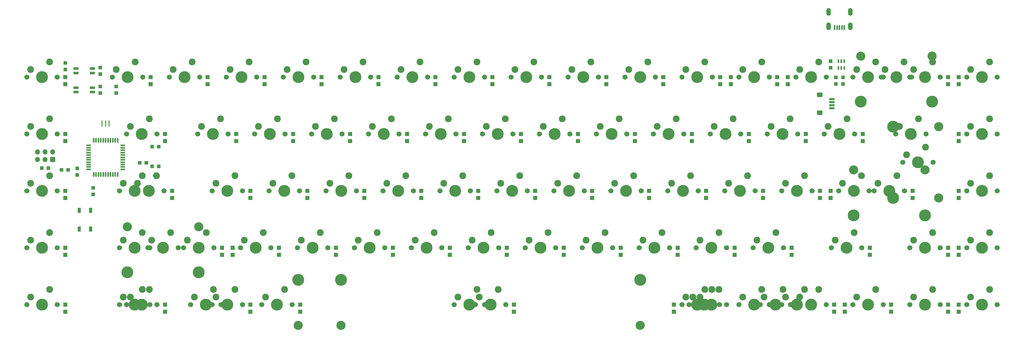
<source format=gbr>
%TF.GenerationSoftware,KiCad,Pcbnew,(5.99.0-12740-g895f4ca989)*%
%TF.CreationDate,2021-10-23T17:36:28+02:00*%
%TF.ProjectId,mamooth,6d616d6f-6f74-4682-9e6b-696361645f70,rev?*%
%TF.SameCoordinates,Original*%
%TF.FileFunction,Soldermask,Bot*%
%TF.FilePolarity,Negative*%
%FSLAX46Y46*%
G04 Gerber Fmt 4.6, Leading zero omitted, Abs format (unit mm)*
G04 Created by KiCad (PCBNEW (5.99.0-12740-g895f4ca989)) date 2021-10-23 17:36:28*
%MOMM*%
%LPD*%
G01*
G04 APERTURE LIST*
G04 Aperture macros list*
%AMRoundRect*
0 Rectangle with rounded corners*
0 $1 Rounding radius*
0 $2 $3 $4 $5 $6 $7 $8 $9 X,Y pos of 4 corners*
0 Add a 4 corners polygon primitive as box body*
4,1,4,$2,$3,$4,$5,$6,$7,$8,$9,$2,$3,0*
0 Add four circle primitives for the rounded corners*
1,1,$1+$1,$2,$3*
1,1,$1+$1,$4,$5*
1,1,$1+$1,$6,$7*
1,1,$1+$1,$8,$9*
0 Add four rect primitives between the rounded corners*
20,1,$1+$1,$2,$3,$4,$5,0*
20,1,$1+$1,$4,$5,$6,$7,0*
20,1,$1+$1,$6,$7,$8,$9,0*
20,1,$1+$1,$8,$9,$2,$3,0*%
G04 Aperture macros list end*
%ADD10C,3.987800*%
%ADD11C,1.701800*%
%ADD12C,2.286000*%
%ADD13C,3.048000*%
%ADD14R,1.400000X1.400000*%
%ADD15RoundRect,0.150000X0.775000X-0.150000X0.775000X0.150000X-0.775000X0.150000X-0.775000X-0.150000X0*%
%ADD16RoundRect,0.332800X0.567200X-0.467200X0.567200X0.467200X-0.567200X0.467200X-0.567200X-0.467200X0*%
%ADD17R,1.300000X1.200000*%
%ADD18R,1.250000X1.200000*%
%ADD19R,1.500000X0.550000*%
%ADD20R,0.550000X1.500000*%
%ADD21R,1.700000X1.700000*%
%ADD22O,1.700000X1.700000*%
%ADD23R,0.500000X1.500000*%
%ADD24O,1.500000X2.600000*%
%ADD25R,1.200000X1.250000*%
%ADD26R,0.600000X1.200000*%
%ADD27R,1.800000X0.820000*%
%ADD28R,1.200000X1.300000*%
%ADD29R,1.000000X1.700000*%
%ADD30R,0.400000X2.000000*%
G04 APERTURE END LIST*
D10*
%TO.C,K45*%
X261937500Y-47625000D03*
D11*
X267017500Y-47625000D03*
X256857500Y-47625000D03*
D12*
X264477500Y-42545000D03*
X258127500Y-45085000D03*
%TD*%
D10*
%TO.C,K63*%
X304800000Y-66675000D03*
D11*
X309880000Y-66675000D03*
X299720000Y-66675000D03*
D12*
X307340000Y-61595000D03*
X300990000Y-64135000D03*
%TD*%
D10*
%TO.C,K22*%
X123825000Y-28575000D03*
D11*
X118745000Y-28575000D03*
X128905000Y-28575000D03*
D12*
X126365000Y-23495000D03*
X120015000Y-26035000D03*
%TD*%
D11*
%TO.C,K76*%
X242570000Y-85725000D03*
X252730000Y-85725000D03*
D10*
X247650000Y-85725000D03*
D12*
X250190000Y-80645000D03*
X243840000Y-83185000D03*
%TD*%
D10*
%TO.C,K24*%
X161925000Y-28575000D03*
D11*
X156845000Y-28575000D03*
X167005000Y-28575000D03*
D12*
X164465000Y-23495000D03*
X158115000Y-26035000D03*
%TD*%
D10*
%TO.C,K46*%
X280987500Y-47625000D03*
D11*
X275907500Y-47625000D03*
X286067500Y-47625000D03*
D12*
X283527500Y-42545000D03*
X277177500Y-45085000D03*
%TD*%
D11*
%TO.C,K67*%
X69373750Y-85725000D03*
X59213750Y-85725000D03*
D10*
X64293750Y-85725000D03*
D12*
X66833750Y-80645000D03*
X60483750Y-83185000D03*
%TD*%
D11*
%TO.C,K19*%
X61595000Y-28575000D03*
X71755000Y-28575000D03*
D10*
X66675000Y-28575000D03*
D12*
X69215000Y-23495000D03*
X62865000Y-26035000D03*
%TD*%
D11*
%TO.C,K46-1*%
X305117500Y-28575000D03*
X294957500Y-28575000D03*
D10*
X300037500Y-28575000D03*
D12*
X302577500Y-23495000D03*
X296227500Y-26035000D03*
%TD*%
D11*
%TO.C,K4*%
X81280000Y-9525000D03*
D10*
X76200000Y-9525000D03*
D11*
X71120000Y-9525000D03*
D12*
X78740000Y-4445000D03*
X72390000Y-6985000D03*
%TD*%
D11*
%TO.C,K32*%
X328930000Y-28575000D03*
X318770000Y-28575000D03*
D10*
X323850000Y-28575000D03*
D12*
X326390000Y-23495000D03*
X320040000Y-26035000D03*
%TD*%
D11*
%TO.C,K62*%
X273526250Y-66675000D03*
D10*
X278606250Y-66675000D03*
D11*
X283686250Y-66675000D03*
D12*
X281146250Y-61595000D03*
X274796250Y-64135000D03*
%TD*%
D11*
%TO.C,K44*%
X247967500Y-47625000D03*
D10*
X242887500Y-47625000D03*
D11*
X237807500Y-47625000D03*
D12*
X245427500Y-42545000D03*
X239077500Y-45085000D03*
%TD*%
D11*
%TO.C,K75-2*%
X228282696Y-85725072D03*
X238442696Y-85725072D03*
D10*
X233362696Y-85725072D03*
D12*
X235902696Y-80645072D03*
X229552696Y-83185072D03*
%TD*%
D11*
%TO.C,K13*%
X242570000Y-9525000D03*
D10*
X247650000Y-9525000D03*
D11*
X252730000Y-9525000D03*
D12*
X250190000Y-4445000D03*
X243840000Y-6985000D03*
%TD*%
D11*
%TO.C,K35*%
X66357500Y-47625000D03*
D10*
X71437500Y-47625000D03*
D11*
X76517500Y-47625000D03*
D12*
X73977500Y-42545000D03*
X67627500Y-45085000D03*
%TD*%
D11*
%TO.C,K36*%
X95567500Y-47625000D03*
D10*
X90487500Y-47625000D03*
D11*
X85407500Y-47625000D03*
D12*
X93027500Y-42545000D03*
X86677500Y-45085000D03*
%TD*%
D10*
%TO.C,K31*%
X285750000Y-9525000D03*
D11*
X280670000Y-9525000D03*
X290830000Y-9525000D03*
D12*
X288290000Y-4445000D03*
X281940000Y-6985000D03*
%TD*%
D10*
%TO.C,K58*%
X195262500Y-66675000D03*
D11*
X200342500Y-66675000D03*
X190182500Y-66675000D03*
D12*
X197802500Y-61595000D03*
X191452500Y-64135000D03*
%TD*%
D10*
%TO.C,K72*%
X109505750Y-77470000D03*
X159543750Y-85725000D03*
D11*
X164623750Y-85725000D03*
D10*
X209581750Y-77470000D03*
D13*
X109505750Y-92710000D03*
X209581750Y-92710000D03*
D11*
X154463750Y-85725000D03*
D12*
X162083750Y-80645000D03*
X155733750Y-83185000D03*
%TD*%
D11*
%TO.C,K2*%
X33020000Y-9525000D03*
X43180000Y-9525000D03*
D10*
X38100000Y-9525000D03*
D12*
X40640000Y-4445000D03*
X34290000Y-6985000D03*
%TD*%
D10*
%TO.C,K72-1*%
X95218378Y-77470072D03*
D13*
X95218378Y-92710072D03*
X209581878Y-92710072D03*
D11*
X147320128Y-85725072D03*
D10*
X152400128Y-85725072D03*
D11*
X157480128Y-85725072D03*
D10*
X209581878Y-77470072D03*
D12*
X154940128Y-80645072D03*
X148590128Y-83185072D03*
%TD*%
D11*
%TO.C,K21*%
X99695000Y-28575000D03*
D10*
X104775000Y-28575000D03*
D11*
X109855000Y-28575000D03*
D12*
X107315000Y-23495000D03*
X100965000Y-26035000D03*
%TD*%
D11*
%TO.C,K68*%
X83026250Y-85725000D03*
D10*
X88106250Y-85725000D03*
D11*
X93186250Y-85725000D03*
D12*
X90646250Y-80645000D03*
X84296250Y-83185000D03*
%TD*%
D11*
%TO.C,K51*%
X66992500Y-66675000D03*
X56832500Y-66675000D03*
D10*
X61912500Y-66675000D03*
D12*
X64452500Y-61595000D03*
X58102500Y-64135000D03*
%TD*%
D11*
%TO.C,K27*%
X224155000Y-28575000D03*
X213995000Y-28575000D03*
D10*
X219075000Y-28575000D03*
D12*
X221615000Y-23495000D03*
X215265000Y-26035000D03*
%TD*%
D11*
%TO.C,K25*%
X186055000Y-28575000D03*
D10*
X180975000Y-28575000D03*
D11*
X175895000Y-28575000D03*
D12*
X183515000Y-23495000D03*
X177165000Y-26035000D03*
%TD*%
D11*
%TO.C,K75-1*%
X236061250Y-85725000D03*
D10*
X230981250Y-85725000D03*
D11*
X225901250Y-85725000D03*
D12*
X233521250Y-80645000D03*
X227171250Y-83185000D03*
%TD*%
D10*
%TO.C,K66*%
X40481250Y-85725000D03*
D11*
X45561250Y-85725000D03*
X35401250Y-85725000D03*
D12*
X43021250Y-80645000D03*
X36671250Y-83185000D03*
%TD*%
D11*
%TO.C,K76-1*%
X249713750Y-85725000D03*
D10*
X254793750Y-85725000D03*
D11*
X259873750Y-85725000D03*
D12*
X257333750Y-80645000D03*
X250983750Y-83185000D03*
%TD*%
D11*
%TO.C,K43*%
X218757500Y-47625000D03*
D10*
X223837500Y-47625000D03*
D11*
X228917500Y-47625000D03*
D12*
X226377500Y-42545000D03*
X220027500Y-45085000D03*
%TD*%
D10*
%TO.C,K11*%
X209550000Y-9525000D03*
D11*
X204470000Y-9525000D03*
X214630000Y-9525000D03*
D12*
X212090000Y-4445000D03*
X205740000Y-6985000D03*
%TD*%
D11*
%TO.C,K56*%
X152082500Y-66675000D03*
X162242500Y-66675000D03*
D10*
X157162500Y-66675000D03*
D12*
X159702500Y-61595000D03*
X153352500Y-64135000D03*
%TD*%
D11*
%TO.C,K15-1*%
X299720000Y-9525000D03*
X309880000Y-9525000D03*
D10*
X304800000Y-9525000D03*
D12*
X307340000Y-4445000D03*
X300990000Y-6985000D03*
%TD*%
D11*
%TO.C,K57*%
X171132500Y-66675000D03*
D10*
X176212500Y-66675000D03*
D11*
X181292500Y-66675000D03*
D12*
X178752500Y-61595000D03*
X172402500Y-64135000D03*
%TD*%
D10*
%TO.C,K59*%
X214312500Y-66675000D03*
D11*
X219392500Y-66675000D03*
X209232500Y-66675000D03*
D12*
X216852500Y-61595000D03*
X210502500Y-64135000D03*
%TD*%
D11*
%TO.C,K49*%
X4445000Y-66675000D03*
X14605000Y-66675000D03*
D10*
X9525000Y-66675000D03*
D12*
X12065000Y-61595000D03*
X5715000Y-64135000D03*
%TD*%
D11*
%TO.C,K15*%
X290195000Y-9525000D03*
D13*
X307213000Y-2540000D03*
D11*
X300355000Y-9525000D03*
D10*
X283337000Y-17780000D03*
D13*
X283337000Y-2540000D03*
D10*
X295275000Y-9525000D03*
X307213000Y-17780000D03*
D12*
X297815000Y-4445000D03*
X291465000Y-6985000D03*
%TD*%
D10*
%TO.C,K37*%
X109537500Y-47625000D03*
D11*
X104457500Y-47625000D03*
X114617500Y-47625000D03*
D12*
X112077500Y-42545000D03*
X105727500Y-45085000D03*
%TD*%
D11*
%TO.C,K18*%
X47942500Y-28575000D03*
D10*
X42862500Y-28575000D03*
D11*
X37782500Y-28575000D03*
D12*
X45402500Y-23495000D03*
X39052500Y-26035000D03*
%TD*%
D10*
%TO.C,K42*%
X204787500Y-47625000D03*
D11*
X209867500Y-47625000D03*
X199707500Y-47625000D03*
D12*
X207327500Y-42545000D03*
X200977500Y-45085000D03*
%TD*%
D11*
%TO.C,K77-1*%
X256857720Y-85725072D03*
D10*
X261937720Y-85725072D03*
D11*
X267017720Y-85725072D03*
D12*
X264477720Y-80645072D03*
X258127720Y-83185072D03*
%TD*%
D11*
%TO.C,K30*%
X271145000Y-28575000D03*
D10*
X276225000Y-28575000D03*
D11*
X281305000Y-28575000D03*
D12*
X278765000Y-23495000D03*
X272415000Y-26035000D03*
%TD*%
D11*
%TO.C,K78*%
X290830000Y-85725000D03*
D10*
X285750000Y-85725000D03*
D11*
X280670000Y-85725000D03*
D12*
X288290000Y-80645000D03*
X281940000Y-83185000D03*
%TD*%
D11*
%TO.C,K54*%
X113982500Y-66675000D03*
D10*
X119062500Y-66675000D03*
D11*
X124142500Y-66675000D03*
D12*
X121602500Y-61595000D03*
X115252500Y-64135000D03*
%TD*%
D10*
%TO.C,K47-1*%
X294163750Y-26162000D03*
D13*
X309403750Y-26162000D03*
D11*
X297338750Y-38100000D03*
X307498750Y-38100000D03*
D10*
X294163750Y-50038000D03*
D13*
X309403750Y-50038000D03*
D10*
X302418750Y-38100000D03*
D12*
X304958750Y-33020000D03*
X298608750Y-35560000D03*
%TD*%
D10*
%TO.C,K29*%
X257175000Y-28575000D03*
D11*
X262255000Y-28575000D03*
X252095000Y-28575000D03*
D12*
X259715000Y-23495000D03*
X253365000Y-26035000D03*
%TD*%
D11*
%TO.C,K9*%
X176530000Y-9525000D03*
D10*
X171450000Y-9525000D03*
D11*
X166370000Y-9525000D03*
D12*
X173990000Y-4445000D03*
X167640000Y-6985000D03*
%TD*%
D10*
%TO.C,K80*%
X323850000Y-85725000D03*
D11*
X328930000Y-85725000D03*
X318770000Y-85725000D03*
D12*
X326390000Y-80645000D03*
X320040000Y-83185000D03*
%TD*%
D11*
%TO.C,K1*%
X4445000Y-9525000D03*
X14605000Y-9525000D03*
D10*
X9525000Y-9525000D03*
D12*
X12065000Y-4445000D03*
X5715000Y-6985000D03*
%TD*%
D11*
%TO.C,K75*%
X233680000Y-85725000D03*
D10*
X228600000Y-85725000D03*
D11*
X223520000Y-85725000D03*
D12*
X231140000Y-80645000D03*
X224790000Y-83185000D03*
%TD*%
D10*
%TO.C,K28*%
X238125000Y-28575000D03*
D11*
X243205000Y-28575000D03*
X233045000Y-28575000D03*
D12*
X240665000Y-23495000D03*
X234315000Y-26035000D03*
%TD*%
D11*
%TO.C,K7*%
X138430000Y-9525000D03*
D10*
X133350000Y-9525000D03*
D11*
X128270000Y-9525000D03*
D12*
X135890000Y-4445000D03*
X129540000Y-6985000D03*
%TD*%
D11*
%TO.C,K39*%
X142557500Y-47625000D03*
D10*
X147637500Y-47625000D03*
D11*
X152717500Y-47625000D03*
D12*
X150177500Y-42545000D03*
X143827500Y-45085000D03*
%TD*%
D11*
%TO.C,K16*%
X328930000Y-9525000D03*
D10*
X323850000Y-9525000D03*
D11*
X318770000Y-9525000D03*
D12*
X326390000Y-4445000D03*
X320040000Y-6985000D03*
%TD*%
D11*
%TO.C,K52*%
X86042500Y-66675000D03*
D10*
X80962500Y-66675000D03*
D11*
X75882500Y-66675000D03*
D12*
X83502500Y-61595000D03*
X77152500Y-64135000D03*
%TD*%
D13*
%TO.C,K50*%
X61944250Y-59690000D03*
D10*
X61944250Y-74930000D03*
D13*
X38068250Y-59690000D03*
D10*
X50006250Y-66675000D03*
D11*
X44926250Y-66675000D03*
X55086250Y-66675000D03*
D10*
X38068250Y-74930000D03*
D12*
X52546250Y-61595000D03*
X46196250Y-64135000D03*
%TD*%
D10*
%TO.C,K47*%
X304831750Y-55880000D03*
X280955750Y-55880000D03*
D11*
X287813750Y-47625000D03*
X297973750Y-47625000D03*
D13*
X304831750Y-40640000D03*
X280955750Y-40640000D03*
D10*
X292893750Y-47625000D03*
D12*
X295433750Y-42545000D03*
X289083750Y-45085000D03*
%TD*%
D10*
%TO.C,K60*%
X233362500Y-66675000D03*
D11*
X238442500Y-66675000D03*
X228282500Y-66675000D03*
D12*
X235902500Y-61595000D03*
X229552500Y-64135000D03*
%TD*%
D10*
%TO.C,K23*%
X142875000Y-28575000D03*
D11*
X147955000Y-28575000D03*
X137795000Y-28575000D03*
D12*
X145415000Y-23495000D03*
X139065000Y-26035000D03*
%TD*%
D10*
%TO.C,K33*%
X9525000Y-47625000D03*
D11*
X14605000Y-47625000D03*
X4445000Y-47625000D03*
D12*
X12065000Y-42545000D03*
X5715000Y-45085000D03*
%TD*%
D11*
%TO.C,K38*%
X123507500Y-47625000D03*
X133667500Y-47625000D03*
D10*
X128587500Y-47625000D03*
D12*
X131127500Y-42545000D03*
X124777500Y-45085000D03*
%TD*%
D11*
%TO.C,K3*%
X62230000Y-9525000D03*
D10*
X57150000Y-9525000D03*
D11*
X52070000Y-9525000D03*
D12*
X59690000Y-4445000D03*
X53340000Y-6985000D03*
%TD*%
D11*
%TO.C,K10*%
X185420000Y-9525000D03*
X195580000Y-9525000D03*
D10*
X190500000Y-9525000D03*
D12*
X193040000Y-4445000D03*
X186690000Y-6985000D03*
%TD*%
D11*
%TO.C,K26*%
X194945000Y-28575000D03*
X205105000Y-28575000D03*
D10*
X200025000Y-28575000D03*
D12*
X202565000Y-23495000D03*
X196215000Y-26035000D03*
%TD*%
D11*
%TO.C,K34-1*%
X45561250Y-47625000D03*
D10*
X40481250Y-47625000D03*
D11*
X35401250Y-47625000D03*
D12*
X43021250Y-42545000D03*
X36671250Y-45085000D03*
%TD*%
D10*
%TO.C,K65*%
X9525000Y-85725000D03*
D11*
X14605000Y-85725000D03*
X4445000Y-85725000D03*
D12*
X12065000Y-80645000D03*
X5715000Y-83185000D03*
%TD*%
D10*
%TO.C,K14*%
X266700000Y-9525000D03*
D11*
X261620000Y-9525000D03*
X271780000Y-9525000D03*
D12*
X269240000Y-4445000D03*
X262890000Y-6985000D03*
%TD*%
D11*
%TO.C,K5*%
X100330000Y-9525000D03*
X90170000Y-9525000D03*
D10*
X95250000Y-9525000D03*
D12*
X97790000Y-4445000D03*
X91440000Y-6985000D03*
%TD*%
D11*
%TO.C,K17*%
X4445000Y-28575000D03*
D10*
X9525000Y-28575000D03*
D11*
X14605000Y-28575000D03*
D12*
X12065000Y-23495000D03*
X5715000Y-26035000D03*
%TD*%
D11*
%TO.C,K55*%
X143192500Y-66675000D03*
D10*
X138112500Y-66675000D03*
D11*
X133032500Y-66675000D03*
D12*
X140652500Y-61595000D03*
X134302500Y-64135000D03*
%TD*%
D11*
%TO.C,K64*%
X318770000Y-66675000D03*
D10*
X323850000Y-66675000D03*
D11*
X328930000Y-66675000D03*
D12*
X326390000Y-61595000D03*
X320040000Y-64135000D03*
%TD*%
D10*
%TO.C,K53*%
X100012500Y-66675000D03*
D11*
X105092500Y-66675000D03*
X94932500Y-66675000D03*
D12*
X102552500Y-61595000D03*
X96202500Y-64135000D03*
%TD*%
D11*
%TO.C,K61*%
X247332500Y-66675000D03*
D10*
X252412500Y-66675000D03*
D11*
X257492500Y-66675000D03*
D12*
X254952500Y-61595000D03*
X248602500Y-64135000D03*
%TD*%
D10*
%TO.C,K77*%
X266700000Y-85725000D03*
D11*
X261620000Y-85725000D03*
X271780000Y-85725000D03*
D12*
X269240000Y-80645000D03*
X262890000Y-83185000D03*
%TD*%
D11*
%TO.C,K8*%
X157480000Y-9525000D03*
D10*
X152400000Y-9525000D03*
D11*
X147320000Y-9525000D03*
D12*
X154940000Y-4445000D03*
X148590000Y-6985000D03*
%TD*%
D11*
%TO.C,K79*%
X309880000Y-85725000D03*
D10*
X304800000Y-85725000D03*
D11*
X299720000Y-85725000D03*
D12*
X307340000Y-80645000D03*
X300990000Y-83185000D03*
%TD*%
D11*
%TO.C,K34*%
X40163750Y-47625000D03*
X50323750Y-47625000D03*
D10*
X45243750Y-47625000D03*
D12*
X47783750Y-42545000D03*
X41433750Y-45085000D03*
%TD*%
D11*
%TO.C,K41*%
X180657500Y-47625000D03*
D10*
X185737500Y-47625000D03*
D11*
X190817500Y-47625000D03*
D12*
X188277500Y-42545000D03*
X181927500Y-45085000D03*
%TD*%
D11*
%TO.C,K50-1*%
X35401250Y-66675000D03*
X45561250Y-66675000D03*
D10*
X40481250Y-66675000D03*
D12*
X43021250Y-61595000D03*
X36671250Y-64135000D03*
%TD*%
D10*
%TO.C,K12*%
X228600000Y-9525000D03*
D11*
X233680000Y-9525000D03*
X223520000Y-9525000D03*
D12*
X231140000Y-4445000D03*
X224790000Y-6985000D03*
%TD*%
D10*
%TO.C,K40*%
X166687500Y-47625000D03*
D11*
X171767500Y-47625000D03*
X161607500Y-47625000D03*
D12*
X169227500Y-42545000D03*
X162877500Y-45085000D03*
%TD*%
D11*
%TO.C,K20*%
X80645000Y-28575000D03*
X90805000Y-28575000D03*
D10*
X85725000Y-28575000D03*
D12*
X88265000Y-23495000D03*
X81915000Y-26035000D03*
%TD*%
D10*
%TO.C,K67-1*%
X71437560Y-85725072D03*
D11*
X66357560Y-85725072D03*
X76517560Y-85725072D03*
D12*
X73977560Y-80645072D03*
X67627560Y-83185072D03*
%TD*%
D10*
%TO.C,K6*%
X114300000Y-9525000D03*
D11*
X119380000Y-9525000D03*
X109220000Y-9525000D03*
D12*
X116840000Y-4445000D03*
X110490000Y-6985000D03*
%TD*%
D10*
%TO.C,K48*%
X323850000Y-47625000D03*
D11*
X328930000Y-47625000D03*
X318770000Y-47625000D03*
D12*
X326390000Y-42545000D03*
X320040000Y-45085000D03*
%TD*%
D10*
%TO.C,K66-1*%
X42862536Y-85725072D03*
D11*
X37782536Y-85725072D03*
X47942536Y-85725072D03*
D12*
X45402536Y-80645072D03*
X39052536Y-83185072D03*
%TD*%
D14*
%TO.C,D7*%
X141089181Y-11915634D03*
X141089181Y-9515634D03*
%TD*%
%TO.C,D53*%
X107751653Y-69065682D03*
X107751653Y-66665682D03*
%TD*%
D15*
%TO.C,J3*%
X273612416Y-19954663D03*
X273612416Y-18954663D03*
X273612416Y-17954663D03*
X273612416Y-16954663D03*
D16*
X269587416Y-21454663D03*
X269587416Y-15454663D03*
%TD*%
D14*
%TO.C,D6*%
X122039165Y-11915634D03*
X122039165Y-9515634D03*
%TD*%
%TO.C,D20*%
X93464141Y-30965650D03*
X93464141Y-28565650D03*
%TD*%
%TO.C,D16*%
X316111203Y-11915634D03*
X316111203Y-9515634D03*
%TD*%
%TO.C,D26*%
X207764237Y-30965650D03*
X207764237Y-28565650D03*
%TD*%
%TO.C,D42*%
X212526741Y-50015666D03*
X212526741Y-47615666D03*
%TD*%
%TO.C,D78*%
X293489309Y-88115698D03*
X293489309Y-85715698D03*
%TD*%
D17*
%TO.C,R102*%
X275034606Y-11815634D03*
X275034606Y-9615634D03*
%TD*%
D14*
%TO.C,D75*%
X220861123Y-88115698D03*
X220861123Y-85715698D03*
%TD*%
%TO.C,D15*%
X312539325Y-11915634D03*
X312539325Y-9515634D03*
%TD*%
%TO.C,D31*%
X255389277Y-11915634D03*
X255389277Y-9515634D03*
%TD*%
%TO.C,D76*%
X278011171Y-88115698D03*
X278011171Y-85715698D03*
%TD*%
%TO.C,D72*%
X167282953Y-88115698D03*
X167282953Y-85715698D03*
%TD*%
%TO.C,D66*%
X50601605Y-88115698D03*
X50601605Y-85715698D03*
%TD*%
%TO.C,D68*%
X95845393Y-88115698D03*
X95845393Y-85715698D03*
%TD*%
%TO.C,D41*%
X193476725Y-50015666D03*
X193476725Y-47615666D03*
%TD*%
%TO.C,D65*%
X17264077Y-88115698D03*
X17264077Y-85715698D03*
%TD*%
D17*
%TO.C,F1*%
X273248667Y-6457817D03*
X273248667Y-4257817D03*
%TD*%
D14*
%TO.C,D11*%
X217289245Y-11915634D03*
X217289245Y-9515634D03*
%TD*%
%TO.C,D49*%
X17264077Y-69065682D03*
X17264077Y-66665682D03*
%TD*%
%TO.C,D9*%
X179189213Y-11915634D03*
X179189213Y-9515634D03*
%TD*%
D18*
%TO.C,C101*%
X21243748Y-42309398D03*
X21243748Y-40109398D03*
%TD*%
D14*
%TO.C,D5*%
X102989149Y-11915634D03*
X102989149Y-9515634D03*
%TD*%
%TO.C,D47*%
X300633065Y-50015666D03*
X300633065Y-47615666D03*
%TD*%
D19*
%TO.C,U1*%
X25068756Y-40446894D03*
X25068756Y-39646894D03*
X25068756Y-38846894D03*
X25068756Y-38046894D03*
X25068756Y-37246894D03*
X25068756Y-36446894D03*
X25068756Y-35646894D03*
X25068756Y-34846894D03*
X25068756Y-34046894D03*
X25068756Y-33246894D03*
X25068756Y-32446894D03*
D20*
X26768756Y-30746894D03*
X27568756Y-30746894D03*
X28368756Y-30746894D03*
X29168756Y-30746894D03*
X29968756Y-30746894D03*
X30768756Y-30746894D03*
X31568756Y-30746894D03*
X32368756Y-30746894D03*
X33168756Y-30746894D03*
X33968756Y-30746894D03*
X34768756Y-30746894D03*
D19*
X36468756Y-32446894D03*
X36468756Y-33246894D03*
X36468756Y-34046894D03*
X36468756Y-34846894D03*
X36468756Y-35646894D03*
X36468756Y-36446894D03*
X36468756Y-37246894D03*
X36468756Y-38046894D03*
X36468756Y-38846894D03*
X36468756Y-39646894D03*
X36468756Y-40446894D03*
D20*
X34768756Y-42146894D03*
X33968756Y-42146894D03*
X33168756Y-42146894D03*
X32368756Y-42146894D03*
X31568756Y-42146894D03*
X30768756Y-42146894D03*
X29968756Y-42146894D03*
X29168756Y-42146894D03*
X28368756Y-42146894D03*
X27568756Y-42146894D03*
X26768756Y-42146894D03*
%TD*%
D14*
%TO.C,D67*%
X79176629Y-88115698D03*
X79176629Y-85715698D03*
%TD*%
D21*
%TO.C,J2*%
X13068114Y-37121581D03*
D22*
X13068114Y-34581581D03*
X10528114Y-37121581D03*
X10528114Y-34581581D03*
X7988114Y-37121581D03*
X7988114Y-34581581D03*
%TD*%
D14*
%TO.C,D50*%
X69651621Y-69065682D03*
X69651621Y-66665682D03*
%TD*%
%TO.C,D48*%
X316111203Y-50015666D03*
X316111203Y-47615666D03*
%TD*%
%TO.C,D14*%
X258961155Y-11915634D03*
X258961155Y-9515634D03*
%TD*%
D23*
%TO.C,J1*%
X274625000Y7025000D03*
X275425000Y7025000D03*
X276225000Y7025000D03*
X277025000Y7025000D03*
X277825000Y7025000D03*
D24*
X272575000Y12275000D03*
X279875000Y12275000D03*
X279875000Y7475000D03*
X272575000Y7475000D03*
%TD*%
D14*
%TO.C,D4*%
X83939133Y-11915634D03*
X83939133Y-9515634D03*
%TD*%
%TO.C,D62*%
X286345553Y-69065682D03*
X286345553Y-66665682D03*
%TD*%
%TO.C,D79*%
X312539325Y-88115698D03*
X312539325Y-85715698D03*
%TD*%
%TO.C,D24*%
X169664205Y-30965650D03*
X169664205Y-28565650D03*
%TD*%
D17*
%TO.C,R105*%
X17264077Y-7053130D03*
X17264077Y-4853130D03*
%TD*%
D25*
%TO.C,C106*%
X18176557Y-40614085D03*
X15976557Y-40614085D03*
%TD*%
D14*
%TO.C,D80*%
X316111203Y-88115698D03*
X316111203Y-85715698D03*
%TD*%
%TO.C,D25*%
X188714221Y-30965650D03*
X188714221Y-28565650D03*
%TD*%
%TO.C,D33*%
X17264077Y-50015666D03*
X17264077Y-47615666D03*
%TD*%
%TO.C,D35*%
X79176629Y-50015666D03*
X79176629Y-47615666D03*
%TD*%
%TO.C,D52*%
X88701637Y-69065682D03*
X88701637Y-66665682D03*
%TD*%
%TO.C,D40*%
X174426709Y-50015666D03*
X174426709Y-47615666D03*
%TD*%
%TO.C,D32*%
X316111203Y-30965650D03*
X316111203Y-28565650D03*
%TD*%
%TO.C,D23*%
X150614189Y-30965650D03*
X150614189Y-28565650D03*
%TD*%
D18*
%TO.C,C102*%
X26601565Y-48857841D03*
X26601565Y-46657841D03*
%TD*%
D14*
%TO.C,D30*%
X283964301Y-30965650D03*
X283964301Y-28565650D03*
%TD*%
D26*
%TO.C,U2*%
X275870545Y-4207817D03*
X276820545Y-4207817D03*
X277770545Y-4207817D03*
X277770545Y-6507817D03*
X276820545Y-6507817D03*
X275870545Y-6507817D03*
%TD*%
D18*
%TO.C,C105*%
X34340634Y-12725000D03*
X34340634Y-14925000D03*
%TD*%
D14*
%TO.C,D56*%
X164901701Y-69065682D03*
X164901701Y-66665682D03*
%TD*%
%TO.C,D51*%
X73223499Y-69065682D03*
X73223499Y-66665682D03*
%TD*%
%TO.C,D22*%
X131564173Y-30965650D03*
X131564173Y-28565650D03*
%TD*%
%TO.C,D8*%
X160139197Y-11915634D03*
X160139197Y-9515634D03*
%TD*%
%TO.C,D12*%
X236339261Y-11915634D03*
X236339261Y-9515634D03*
%TD*%
D25*
%TO.C,C103*%
X48537520Y-39423459D03*
X46337520Y-39423459D03*
%TD*%
D14*
%TO.C,D63*%
X312539325Y-69065682D03*
X312539325Y-66665682D03*
%TD*%
D27*
%TO.C,RGB2*%
X26375000Y-14575000D03*
X26375000Y-13075000D03*
X20875000Y-13075000D03*
X20875000Y-14575000D03*
%TD*%
D18*
%TO.C,C108*%
X28982817Y-12725000D03*
X28982817Y-14925000D03*
%TD*%
D28*
%TO.C,R104*%
X44370329Y-38232833D03*
X42170329Y-38232833D03*
%TD*%
D14*
%TO.C,D54*%
X126801669Y-69065682D03*
X126801669Y-66665682D03*
%TD*%
%TO.C,D39*%
X155376693Y-50015666D03*
X155376693Y-47615666D03*
%TD*%
D17*
%TO.C,R101*%
X277415858Y-11815634D03*
X277415858Y-9615634D03*
%TD*%
D14*
%TO.C,D43*%
X231576757Y-50015666D03*
X231576757Y-47615666D03*
%TD*%
D25*
%TO.C,C104*%
X48537520Y-32875016D03*
X46337520Y-32875016D03*
%TD*%
D14*
%TO.C,D13*%
X239911139Y-11915634D03*
X239911139Y-9515634D03*
%TD*%
%TO.C,D10*%
X198239229Y-11915634D03*
X198239229Y-9515634D03*
%TD*%
D18*
%TO.C,C107*%
X28982817Y-6325000D03*
X28982817Y-8525000D03*
%TD*%
D14*
%TO.C,D19*%
X74414125Y-30965650D03*
X74414125Y-28565650D03*
%TD*%
%TO.C,D28*%
X245864269Y-30965650D03*
X245864269Y-28565650D03*
%TD*%
%TO.C,D29*%
X264914285Y-30965650D03*
X264914285Y-28565650D03*
%TD*%
%TO.C,D59*%
X222051749Y-69065682D03*
X222051749Y-66665682D03*
%TD*%
%TO.C,D44*%
X250626773Y-50015666D03*
X250626773Y-47615666D03*
%TD*%
%TO.C,D61*%
X260151781Y-69065682D03*
X260151781Y-66665682D03*
%TD*%
%TO.C,D18*%
X50601605Y-30965650D03*
X50601605Y-28565650D03*
%TD*%
%TO.C,D58*%
X203001733Y-69065682D03*
X203001733Y-66665682D03*
%TD*%
%TO.C,D57*%
X183951717Y-69065682D03*
X183951717Y-66665682D03*
%TD*%
%TO.C,D34*%
X52982857Y-50015666D03*
X52982857Y-47615666D03*
%TD*%
%TO.C,D37*%
X117276661Y-50015666D03*
X117276661Y-47615666D03*
%TD*%
%TO.C,D36*%
X98226645Y-50015666D03*
X98226645Y-47615666D03*
%TD*%
%TO.C,D38*%
X136326677Y-50015666D03*
X136326677Y-47615666D03*
%TD*%
%TO.C,D3*%
X64889117Y-11915634D03*
X64889117Y-9515634D03*
%TD*%
D27*
%TO.C,RGB1*%
X26375000Y-8175000D03*
X26375000Y-6675000D03*
X20875000Y-6675000D03*
X20875000Y-8175000D03*
%TD*%
D14*
%TO.C,D60*%
X241101765Y-69065682D03*
X241101765Y-66665682D03*
%TD*%
%TO.C,D21*%
X112514157Y-30965650D03*
X112514157Y-28565650D03*
%TD*%
%TO.C,D2*%
X45839101Y-11915634D03*
X45839101Y-9515634D03*
%TD*%
%TO.C,D64*%
X316111203Y-69065682D03*
X316111203Y-66665682D03*
%TD*%
D28*
%TO.C,R103*%
X9428114Y-40018772D03*
X11628114Y-40018772D03*
%TD*%
D14*
%TO.C,D45*%
X269676789Y-50015666D03*
X269676789Y-47615666D03*
%TD*%
D29*
%TO.C,SW1*%
X25712520Y-54132849D03*
X25712520Y-60432849D03*
X21912520Y-60432849D03*
X21912520Y-54132849D03*
%TD*%
D14*
%TO.C,D46*%
X273248667Y-50015666D03*
X273248667Y-47615666D03*
%TD*%
%TO.C,D55*%
X145851685Y-69065682D03*
X145851685Y-66665682D03*
%TD*%
%TO.C,D1*%
X17264077Y-11915634D03*
X17264077Y-9515634D03*
%TD*%
%TO.C,D77*%
X274439293Y-88115698D03*
X274439293Y-85715698D03*
%TD*%
%TO.C,D17*%
X17264077Y-30965650D03*
X17264077Y-28565650D03*
%TD*%
D30*
%TO.C,X1*%
X31968756Y-25135947D03*
X29568756Y-25135947D03*
X30768756Y-25135947D03*
%TD*%
D14*
%TO.C,D27*%
X226814253Y-30965650D03*
X226814253Y-28565650D03*
%TD*%
M02*

</source>
